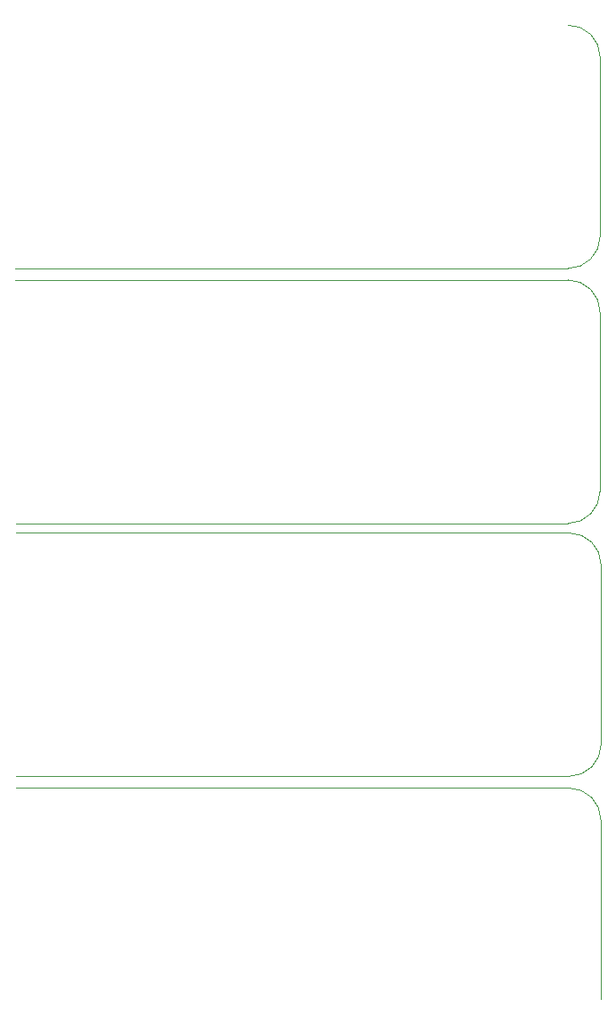
<source format=gbr>
%TF.GenerationSoftware,KiCad,Pcbnew,7.0.5*%
%TF.CreationDate,2024-04-05T19:26:41+09:00*%
%TF.ProjectId,ikafly_rev0a_p_cut,696b6166-6c79-45f7-9265-7630615f705f,rev?*%
%TF.SameCoordinates,Original*%
%TF.FileFunction,Profile,NP*%
%FSLAX46Y46*%
G04 Gerber Fmt 4.6, Leading zero omitted, Abs format (unit mm)*
G04 Created by KiCad (PCBNEW 7.0.5) date 2024-04-05 19:26:41*
%MOMM*%
%LPD*%
G01*
G04 APERTURE LIST*
%TA.AperFunction,Profile*%
%ADD10C,0.100000*%
%TD*%
G04 APERTURE END LIST*
D10*
X193800000Y-66150000D02*
G75*
G03*
X196850000Y-63100000I1J3049999D01*
G01*
X196850000Y-46100000D02*
G75*
G03*
X193800000Y-43050000I-3032234J17766D01*
G01*
X193793324Y-90343324D02*
G75*
G03*
X196843324Y-87293324I1J3049999D01*
G01*
X196843324Y-70293324D02*
G75*
G03*
X193793324Y-67243324I-3032234J17766D01*
G01*
X193900000Y-114350000D02*
G75*
G03*
X196950000Y-111300000I0J3050000D01*
G01*
X196950000Y-94300000D02*
G75*
G03*
X193900000Y-91250000I-3032234J17766D01*
G01*
X196932233Y-118517767D02*
G75*
G03*
X193882233Y-115467767I-3032233J17767D01*
G01*
X196932233Y-118517767D02*
X196950000Y-135500000D01*
X193882233Y-115467767D02*
X141400000Y-115450000D01*
X141400000Y-114350000D02*
X193900000Y-114350000D01*
X193900000Y-91250000D02*
X141400000Y-91250000D01*
X141400000Y-90350000D02*
X193800000Y-90350000D01*
X193800000Y-67250000D02*
X141300000Y-67250000D01*
X193800000Y-66150000D02*
X141300000Y-66150000D01*
X196950000Y-111300000D02*
X196950000Y-94300000D01*
X196850000Y-87300000D02*
X196850000Y-70300000D01*
X196850000Y-63100000D02*
X196850000Y-46100000D01*
M02*

</source>
